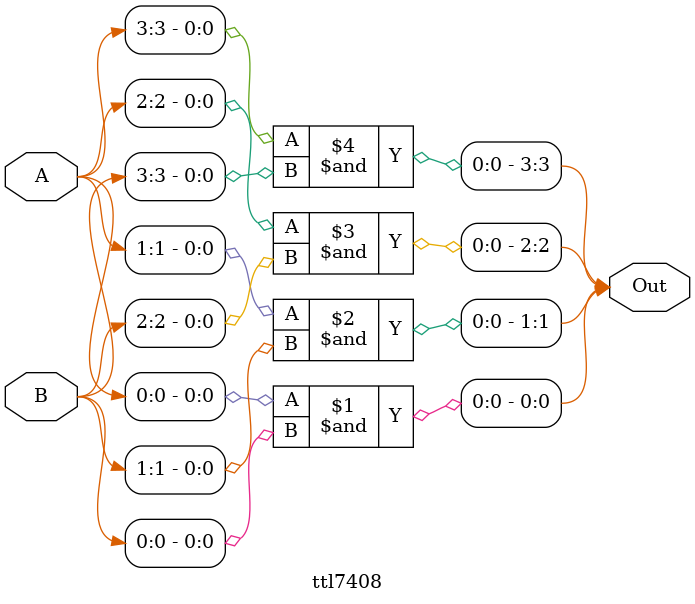
<source format=v>
module ttl7408(Out, A, B);
    output [3:0] Out;
    input [3:0] A;
    input [3:0] B;

    // ON 74LS08 datasheets (turn-on, turn-off)
    and #(0:10:20,0:8:15) (Out[0], A[0], B[0]);
    and #(0:10:20,0:8:15) (Out[1], A[1], B[1]);
    and #(0:10:20,0:8:15) (Out[2], A[2], B[2]);
    and #(0:10:20,0:8:15) (Out[3], A[3], B[3]);
endmodule

</source>
